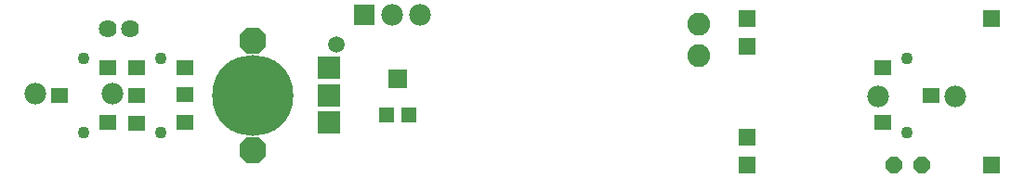
<source format=gbs>
G75*
%MOIN*%
%OFA0B0*%
%FSLAX25Y25*%
%IPPOS*%
%LPD*%
%AMOC8*
5,1,8,0,0,1.08239X$1,22.5*
%
%ADD10C,0.08200*%
%ADD11C,0.07800*%
%ADD12R,0.07800X0.07800*%
%ADD13OC8,0.06000*%
%ADD14C,0.06400*%
%ADD15R,0.06312X0.05524*%
%ADD16C,0.04343*%
%ADD17R,0.06706X0.07099*%
%ADD18R,0.05524X0.05524*%
%ADD19R,0.06343X0.06343*%
%ADD20R,0.08200X0.08200*%
%ADD21OC8,0.09658*%
%ADD22C,0.29146*%
%ADD23C,0.05918*%
D10*
X0266300Y0055600D03*
X0266300Y0067000D03*
D11*
X0166300Y0070300D03*
X0156300Y0070300D03*
X0055906Y0041772D03*
X0028347Y0041772D03*
X0330709Y0040828D03*
X0358269Y0040828D03*
D12*
X0146300Y0070300D03*
D13*
X0336300Y0016300D03*
X0346300Y0016300D03*
D14*
X0062237Y0065300D03*
X0054363Y0065300D03*
D15*
X0064639Y0051300D03*
X0054331Y0051143D03*
X0081961Y0051143D03*
X0081961Y0041457D03*
X0064639Y0041300D03*
X0037009Y0041300D03*
X0054331Y0031457D03*
X0064639Y0031300D03*
X0081961Y0031457D03*
X0332439Y0031457D03*
X0349761Y0041300D03*
X0332439Y0051143D03*
D16*
X0341100Y0054686D03*
X0341100Y0027914D03*
X0073300Y0027914D03*
X0045670Y0027914D03*
X0045670Y0054686D03*
X0073300Y0054686D03*
D17*
X0158300Y0047206D03*
D18*
X0154363Y0034115D03*
X0162237Y0034115D03*
D19*
X0283800Y0026300D03*
X0283800Y0016300D03*
X0371300Y0016300D03*
X0283800Y0058800D03*
X0283800Y0068800D03*
X0371300Y0068800D03*
D20*
X0133859Y0051143D03*
X0133859Y0041300D03*
X0133859Y0031457D03*
D21*
X0106300Y0021615D03*
X0106300Y0060985D03*
D22*
X0106300Y0041300D03*
D23*
X0136221Y0059450D03*
M02*

</source>
